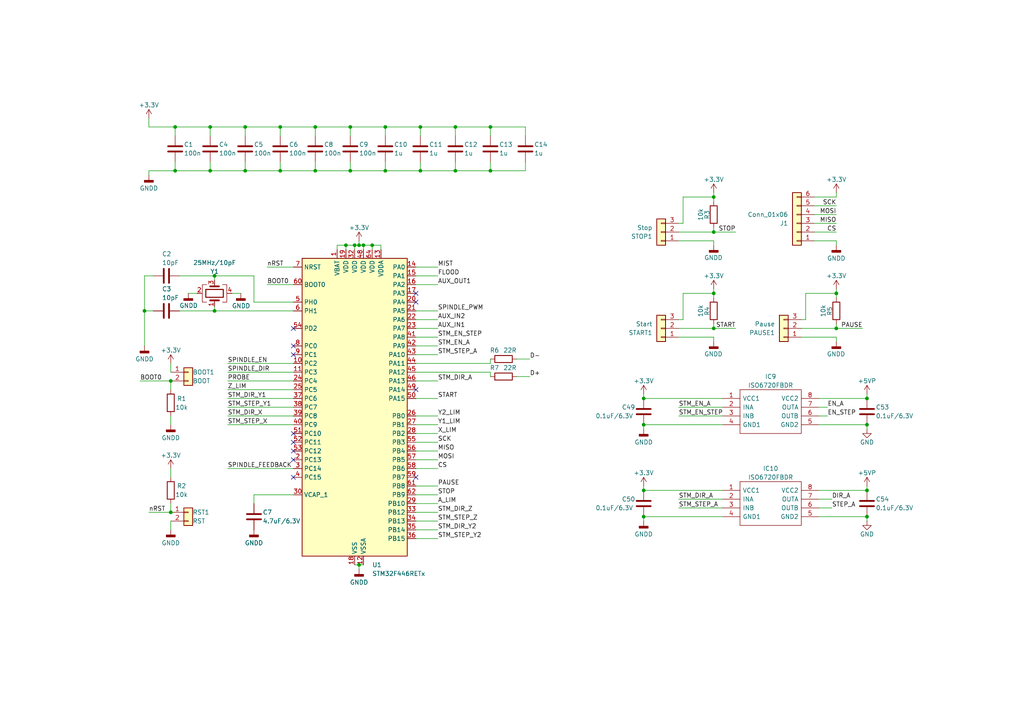
<source format=kicad_sch>
(kicad_sch (version 20230121) (generator eeschema)
  (paper "A4")
  (title_block (title "PCK Controller V1") (company "Josef Pecka"))
  (lib_symbols
    (symbol "Connector_Generic:Conn_01x02" (pin_names (offset 1.016) hide)
      (property "Reference" "J" (at 0 2.54 0))
      (property "Value" "Conn_01x02" (at 0 -5.08 0))
      (symbol "Conn_01x02_1_1"
        (rectangle (start -1.27 -2.413) (end 0 -2.667) (stroke (width 0.1524)))
        (rectangle (start -1.27 0.127) (end 0 -0.127) (stroke (width 0.1524)))
        (rectangle (start -1.27 1.27) (end 1.27 -3.81) (stroke (width 0.254)) (fill (type background)))
        (pin passive line (at -5.08 0 0) (length 3.81) (name "Pin_1") (number "1"))
        (pin passive line (at -5.08 -2.54 0) (length 3.81) (name "Pin_2") (number "2"))
      )
    )
    (symbol "Connector_Generic:Conn_01x03" (pin_names (offset 1.016) hide)
      (property "Reference" "J" (at 0 5.08 0))
      (property "Value" "Conn_01x03" (at 0 -5.08 0))
      (symbol "Conn_01x03_1_1"
        (rectangle (start -1.27 -2.413) (end 0 -2.667) (stroke (width 0.1524)))
        (rectangle (start -1.27 0.127) (end 0 -0.127) (stroke (width 0.1524)))
        (rectangle (start -1.27 2.667) (end 0 2.413) (stroke (width 0.1524)))
        (rectangle (start -1.27 3.81) (end 1.27 -3.81) (stroke (width 0.254)) (fill (type background)))
        (pin passive line (at -5.08 2.54 0) (length 3.81) (name "Pin_1") (number "1"))
        (pin passive line (at -5.08 0 0) (length 3.81) (name "Pin_2") (number "2"))
        (pin passive line (at -5.08 -2.54 0) (length 3.81) (name "Pin_3") (number "3"))
      )
    )
    (symbol "Connector_Generic:Conn_01x06" (pin_names (offset 1.016) hide)
      (property "Reference" "J" (at 0 7.62 0))
      (property "Value" "Conn_01x06" (at 0 -10.16 0))
      (symbol "Conn_01x06_1_1"
        (rectangle (start -1.27 -7.493) (end 0 -7.747) (stroke (width 0.1524)))
        (rectangle (start -1.27 -4.953) (end 0 -5.207) (stroke (width 0.1524)))
        (rectangle (start -1.27 -2.413) (end 0 -2.667) (stroke (width 0.1524)))
        (rectangle (start -1.27 0.127) (end 0 -0.127) (stroke (width 0.1524)))
        (rectangle (start -1.27 2.667) (end 0 2.413) (stroke (width 0.1524)))
        (rectangle (start -1.27 5.207) (end 0 4.953) (stroke (width 0.1524)))
        (rectangle (start -1.27 6.35) (end 1.27 -8.89) (stroke (width 0.254)) (fill (type background)))
        (pin passive line (at -5.08 5.08 0) (length 3.81) (name "Pin_1") (number "1"))
        (pin passive line (at -5.08 2.54 0) (length 3.81) (name "Pin_2") (number "2"))
        (pin passive line (at -5.08 0 0) (length 3.81) (name "Pin_3") (number "3"))
        (pin passive line (at -5.08 -2.54 0) (length 3.81) (name "Pin_4") (number "4"))
        (pin passive line (at -5.08 -5.08 0) (length 3.81) (name "Pin_5") (number "5"))
        (pin passive line (at -5.08 -7.62 0) (length 3.81) (name "Pin_6") (number "6"))
      )
    )
    (symbol "Device:C" (pin_numbers hide) (pin_names (offset 0.254))
      (property "Reference" "C" (at 0.635 2.54 0))
      (property "Value" "C" (at 0.635 -2.54 0))
      (symbol "C_0_1"
        (polyline (pts (xy -2.032 -0.762) (xy 2.032 -0.762)) (stroke (width 0.508)))
        (polyline (pts (xy -2.032 0.762) (xy 2.032 0.762)) (stroke (width 0.508)))
      )
      (symbol "C_1_1"
        (pin passive line (at 0 3.81 270) (length 2.794) (name "~") (number "1"))
        (pin passive line (at 0 -3.81 90) (length 2.794) (name "~") (number "2"))
      )
    )
    (symbol "Device:Crystal_GND24" (pin_names (offset 1.016) hide)
      (property "Reference" "Y" (at 3.175 5.08 0))
      (property "Value" "Crystal_GND24" (at 3.175 3.175 0))
      (symbol "Crystal_GND24_0_1"
        (rectangle (start -1.143 2.54) (end 1.143 -2.54) (stroke (width 0.3048)))
        (polyline (pts (xy -2.54 0) (xy -2.032 0)))
        (polyline (pts (xy -2.032 -1.27) (xy -2.032 1.27)) (stroke (width 0.508)))
        (polyline (pts (xy 0 -3.81) (xy 0 -3.556)))
        (polyline (pts (xy 0 3.556) (xy 0 3.81)))
        (polyline (pts (xy 2.032 -1.27) (xy 2.032 1.27)) (stroke (width 0.508)))
        (polyline (pts (xy 2.032 0) (xy 2.54 0)))
        (polyline (pts (xy -2.54 -2.286) (xy -2.54 -3.556) (xy 2.54 -3.556) (xy 2.54 -2.286)))
        (polyline (pts (xy -2.54 2.286) (xy -2.54 3.556) (xy 2.54 3.556) (xy 2.54 2.286)))
      )
      (symbol "Crystal_GND24_1_1"
        (pin passive line (at -3.81 0 0) (length 1.27) (name "1") (number "1"))
        (pin passive line (at 0 5.08 270) (length 1.27) (name "2") (number "2"))
        (pin passive line (at 3.81 0 180) (length 1.27) (name "3") (number "3"))
        (pin passive line (at 0 -5.08 90) (length 1.27) (name "4") (number "4"))
      )
    )
    (symbol "Device:R" (pin_numbers hide) (pin_names (offset 0))
      (property "Reference" "R" (at 2.032 0 90))
      (property "Value" "R" (at 0 0 90))
      (symbol "R_0_1"
        (rectangle (start -1.016 -2.54) (end 1.016 2.54) (stroke (width 0.254)))
      )
      (symbol "R_1_1"
        (pin passive line (at 0 3.81 270) (length 1.27) (name "~") (number "1"))
        (pin passive line (at 0 -3.81 90) (length 1.27) (name "~") (number "2"))
      )
    )
    (symbol "MCU_ST_STM32F4:STM32F446RETx"
      (property "Reference" "U" (at -15.24 44.45 0))
      (property "Value" "STM32F446RETx" (at 10.16 44.45 0))
      (symbol "STM32F446RETx_0_1"
        (rectangle (start -15.24 -43.18) (end 15.24 43.18) (stroke (width 0.254)) (fill (type background)))
      )
      (symbol "STM32F446RETx_1_1"
        (pin power_in line (at -5.08 45.72 270) (length 2.54) (name "VBAT") (number "1"))
        (pin bidirectional line (at -17.78 12.7 0) (length 2.54) (name "PC2") (number "10"))
        (pin bidirectional line (at -17.78 10.16 0) (length 2.54) (name "PC3") (number "11"))
        (pin power_in line (at 2.54 -45.72 90) (length 2.54) (name "VSSA") (number "12"))
        (pin power_in line (at 7.62 45.72 270) (length 2.54) (name "VDDA") (number "13"))
        (pin bidirectional line (at 17.78 40.64 180) (length 2.54) (name "PA0") (number "14"))
        (pin bidirectional line (at 17.78 38.1 180) (length 2.54) (name "PA1") (number "15"))
        (pin bidirectional line (at 17.78 35.56 180) (length 2.54) (name "PA2") (number "16"))
        (pin bidirectional line (at 17.78 33.02 180) (length 2.54) (name "PA3") (number "17"))
        (pin power_in line (at 0 -45.72 90) (length 2.54) (name "VSS") (number "18"))
        (pin power_in line (at -2.54 45.72 270) (length 2.54) (name "VDD") (number "19"))
        (pin bidirectional line (at -17.78 -15.24 0) (length 2.54) (name "PC13") (number "2"))
        (pin bidirectional line (at 17.78 30.48 180) (length 2.54) (name "PA4") (number "20"))
        (pin bidirectional line (at 17.78 27.94 180) (length 2.54) (name "PA5") (number "21"))
        (pin bidirectional line (at 17.78 25.4 180) (length 2.54) (name "PA6") (number "22"))
        (pin bidirectional line (at 17.78 22.86 180) (length 2.54) (name "PA7") (number "23"))
        (pin bidirectional line (at -17.78 7.62 0) (length 2.54) (name "PC4") (number "24"))
        (pin bidirectional line (at -17.78 5.08 0) (length 2.54) (name "PC5") (number "25"))
        (pin bidirectional line (at 17.78 -2.54 180) (length 2.54) (name "PB0") (number "26"))
        (pin bidirectional line (at 17.78 -5.08 180) (length 2.54) (name "PB1") (number "27"))
        (pin bidirectional line (at 17.78 -7.62 180) (length 2.54) (name "PB2") (number "28"))
        (pin bidirectional line (at 17.78 -27.94 180) (length 2.54) (name "PB10") (number "29"))
        (pin bidirectional line (at -17.78 -17.78 0) (length 2.54) (name "PC14") (number "3"))
        (pin power_out line (at -17.78 -25.4 0) (length 2.54) (name "VCAP_1") (number "30"))
        (pin passive line (at 0 -45.72 90) (length 2.54) hide (name "VSS") (number "31"))
        (pin power_in line (at 0 45.72 270) (length 2.54) (name "VDD") (number "32"))
        (pin bidirectional line (at 17.78 -30.48 180) (length 2.54) (name "PB12") (number "33"))
        (pin bidirectional line (at 17.78 -33.02 180) (length 2.54) (name "PB13") (number "34"))
        (pin bidirectional line (at 17.78 -35.56 180) (length 2.54) (name "PB14") (number "35"))
        (pin bidirectional line (at 17.78 -38.1 180) (length 2.54) (name "PB15") (number "36"))
        (pin bidirectional line (at -17.78 2.54 0) (length 2.54) (name "PC6") (number "37"))
        (pin bidirectional line (at -17.78 0 0) (length 2.54) (name "PC7") (number "38"))
        (pin bidirectional line (at -17.78 -2.54 0) (length 2.54) (name "PC8") (number "39"))
        (pin bidirectional line (at -17.78 -20.32 0) (length 2.54) (name "PC15") (number "4"))
        (pin bidirectional line (at -17.78 -5.08 0) (length 2.54) (name "PC9") (number "40"))
        (pin bidirectional line (at 17.78 20.32 180) (length 2.54) (name "PA8") (number "41"))
        (pin bidirectional line (at 17.78 17.78 180) (length 2.54) (name "PA9") (number "42"))
        (pin bidirectional line (at 17.78 15.24 180) (length 2.54) (name "PA10") (number "43"))
        (pin bidirectional line (at 17.78 12.7 180) (length 2.54) (name "PA11") (number "44"))
        (pin bidirectional line (at 17.78 10.16 180) (length 2.54) (name "PA12") (number "45"))
        (pin bidirectional line (at 17.78 7.62 180) (length 2.54) (name "PA13") (number "46"))
        (pin passive line (at 0 -45.72 90) (length 2.54) hide (name "VSS") (number "47"))
        (pin power_in line (at 2.54 45.72 270) (length 2.54) (name "VDD") (number "48"))
        (pin bidirectional line (at 17.78 5.08 180) (length 2.54) (name "PA14") (number "49"))
        (pin bidirectional line (at -17.78 30.48 0) (length 2.54) (name "PH0") (number "5"))
        (pin bidirectional line (at 17.78 2.54 180) (length 2.54) (name "PA15") (number "50"))
        (pin bidirectional line (at -17.78 -7.62 0) (length 2.54) (name "PC10") (number "51"))
        (pin bidirectional line (at -17.78 -10.16 0) (length 2.54) (name "PC11") (number "52"))
        (pin bidirectional line (at -17.78 -12.7 0) (length 2.54) (name "PC12") (number "53"))
        (pin bidirectional line (at -17.78 22.86 0) (length 2.54) (name "PD2") (number "54"))
        (pin bidirectional line (at 17.78 -10.16 180) (length 2.54) (name "PB3") (number "55"))
        (pin bidirectional line (at 17.78 -12.7 180) (length 2.54) (name "PB4") (number "56"))
        (pin bidirectional line (at 17.78 -15.24 180) (length 2.54) (name "PB5") (number "57"))
        (pin bidirectional line (at 17.78 -17.78 180) (length 2.54) (name "PB6") (number "58"))
        (pin bidirectional line (at 17.78 -20.32 180) (length 2.54) (name "PB7") (number "59"))
        (pin bidirectional line (at -17.78 27.94 0) (length 2.54) (name "PH1") (number "6"))
        (pin input line (at -17.78 35.56 0) (length 2.54) (name "BOOT0") (number "60"))
        (pin bidirectional line (at 17.78 -22.86 180) (length 2.54) (name "PB8") (number "61"))
        (pin bidirectional line (at 17.78 -25.4 180) (length 2.54) (name "PB9") (number "62"))
        (pin passive line (at 0 -45.72 90) (length 2.54) hide (name "VSS") (number "63"))
        (pin power_in line (at 5.08 45.72 270) (length 2.54) (name "VDD") (number "64"))
        (pin input line (at -17.78 40.64 0) (length 2.54) (name "NRST") (number "7"))
        (pin bidirectional line (at -17.78 17.78 0) (length 2.54) (name "PC0") (number "8"))
        (pin bidirectional line (at -17.78 15.24 0) (length 2.54) (name "PC1") (number "9"))
      )
    )
    (symbol "SamacSys_Parts:ISO6720FBDR" (pin_names (offset 0.762))
      (property "Reference" "IC" (at 24.13 7.62 0))
      (property "Value" "ISO6720FBDR" (at 24.13 5.08 0))
      (symbol "ISO6720FBDR_0_0"
        (pin passive line (at 0 0 0) (length 5.08) (name "VCC1") (number "1"))
        (pin passive line (at 0 -2.54 0) (length 5.08) (name "INA") (number "2"))
        (pin passive line (at 0 -5.08 0) (length 5.08) (name "INB") (number "3"))
        (pin passive line (at 0 -7.62 0) (length 5.08) (name "GND1") (number "4"))
        (pin passive line (at 27.94 -7.62 180) (length 5.08) (name "GND2") (number "5"))
        (pin passive line (at 27.94 -5.08 180) (length 5.08) (name "OUTB") (number "6"))
        (pin passive line (at 27.94 -2.54 180) (length 5.08) (name "OUTA") (number "7"))
        (pin passive line (at 27.94 0 180) (length 5.08) (name "VCC2") (number "8"))
      )
      (symbol "ISO6720FBDR_0_1"
        (polyline (pts (xy 5.08 2.54) (xy 22.86 2.54) (xy 22.86 -10.16) (xy 5.08 -10.16) (xy 5.08 2.54)) (stroke (width 0.1524)))
      )
    )
    (symbol "power:+3.3V" (power) (pin_names (offset 0))
      (property "Value" "+3.3V" (at 0 3.556 0))
      (symbol "+3.3V_0_1"
        (polyline (pts (xy -0.762 1.27) (xy 0 2.54)))
        (polyline (pts (xy 0 0) (xy 0 2.54)))
        (polyline (pts (xy 0 2.54) (xy 0.762 1.27)))
      )
      (symbol "+3.3V_1_1"
        (pin power_in line (at 0 0 90) (length 0) hide (name "+3.3V") (number "1"))
      )
    )
    (symbol "power:+5VP" (power) (pin_names (offset 0))
      (property "Value" "+5VP" (at 0 3.556 0))
      (symbol "+5VP_0_1"
        (polyline (pts (xy -0.762 1.27) (xy 0 2.54)))
        (polyline (pts (xy 0 0) (xy 0 2.54)))
        (polyline (pts (xy 0 2.54) (xy 0.762 1.27)))
      )
      (symbol "+5VP_1_1"
        (pin power_in line (at 0 0 90) (length 0) hide (name "+5VP") (number "1"))
      )
    )
    (symbol "power:GND" (power) (pin_names (offset 0))
      (property "Value" "GND" (at 0 -3.81 0))
      (symbol "GND_0_1"
        (polyline (pts (xy 0 0) (xy 0 -1.27) (xy 1.27 -1.27) (xy 0 -2.54) (xy -1.27 -1.27) (xy 0 -1.27)))
      )
      (symbol "GND_1_1"
        (pin power_in line (at 0 0 270) (length 0) hide (name "GND") (number "1"))
      )
    )
    (symbol "power:GNDD" (power) (pin_names (offset 0))
      (property "Value" "GNDD" (at 0 -3.175 0))
      (symbol "GNDD_0_1"
        (rectangle (start -1.27 -1.524) (end 1.27 -2.032) (stroke (width 0.254)) (fill (type outline)))
        (polyline (pts (xy 0 0) (xy 0 -1.524)))
      )
      (symbol "GNDD_1_1"
        (pin power_in line (at 0 0 270) (length 0) hide (name "GNDD") (number "1"))
      )
    )
  )
  (junction (at 186.69 123.19))
  (junction (at 105.41 71.12))
  (junction (at 251.46 123.19))
  (junction (at 71.12 36.83))
  (junction (at 49.53 110.49))
  (junction (at 207.01 57.15))
  (junction (at 251.46 115.57))
  (junction (at 186.69 115.57))
  (junction (at 104.14 71.12))
  (junction (at 50.8 49.53))
  (junction (at 242.57 95.25))
  (junction (at 207.01 67.31))
  (junction (at 107.95 71.12))
  (junction (at 132.08 49.53))
  (junction (at 71.12 49.53))
  (junction (at 91.44 36.83))
  (junction (at 186.69 142.24))
  (junction (at 111.76 49.53))
  (junction (at 101.6 49.53))
  (junction (at 91.44 49.53))
  (junction (at 62.23 80.01))
  (junction (at 121.92 49.53))
  (junction (at 60.96 36.83))
  (junction (at 104.14 163.83))
  (junction (at 62.23 90.17))
  (junction (at 49.53 148.59))
  (junction (at 81.28 49.53))
  (junction (at 100.33 71.12))
  (junction (at 132.08 36.83))
  (junction (at 142.24 49.53))
  (junction (at 207.01 85.09))
  (junction (at 251.46 142.24))
  (junction (at 186.69 149.86))
  (junction (at 50.8 36.83))
  (junction (at 251.46 149.86))
  (junction (at 81.28 36.83))
  (junction (at 111.76 36.83))
  (junction (at 41.91 90.17))
  (junction (at 207.01 95.25))
  (junction (at 121.92 36.83))
  (junction (at 102.87 71.12))
  (junction (at 142.24 36.83))
  (junction (at 242.57 85.09))
  (junction (at 101.6 36.83))
  (junction (at 60.96 49.53))
  (no_connect (at 85.09 100.33))
  (no_connect (at 85.09 133.35))
  (no_connect (at 120.65 87.63))
  (no_connect (at 85.09 130.81))
  (no_connect (at 120.65 85.09))
  (no_connect (at 120.65 138.43))
  (no_connect (at 85.09 102.87))
  (no_connect (at 85.09 138.43))
  (no_connect (at 85.09 128.27))
  (no_connect (at 85.09 125.73))
  (no_connect (at 120.65 113.03))
  (no_connect (at 85.09 95.25))
  (wire (pts (xy 66.04 120.65) (xy 85.09 120.65)))
  (wire (pts (xy 107.95 71.12) (xy 107.95 72.39)))
  (wire (pts (xy 142.24 109.22) (xy 142.24 107.95)))
  (wire (pts (xy 120.65 100.33) (xy 127 100.33)))
  (wire (pts (xy 207.01 99.06) (xy 207.01 97.79)))
  (wire (pts (xy 120.65 105.41) (xy 142.24 105.41)))
  (wire (pts (xy 49.53 110.49) (xy 49.53 113.03)))
  (wire (pts (xy 196.85 144.78) (xy 209.55 144.78)))
  (wire (pts (xy 111.76 36.83) (xy 111.76 39.37)))
  (wire (pts (xy 242.57 71.12) (xy 242.57 69.85)))
  (wire (pts (xy 101.6 46.99) (xy 101.6 49.53)))
  (wire (pts (xy 149.86 104.14) (xy 153.67 104.14)))
  (wire (pts (xy 250.19 95.25) (xy 242.57 95.25)))
  (wire (pts (xy 104.14 71.12) (xy 105.41 71.12)))
  (wire (pts (xy 101.6 36.83) (xy 101.6 39.37)))
  (wire (pts (xy 186.69 114.3) (xy 186.69 115.57)))
  (wire (pts (xy 198.12 57.15) (xy 198.12 64.77)))
  (wire (pts (xy 242.57 99.06) (xy 242.57 97.79)))
  (wire (pts (xy 43.18 148.59) (xy 49.53 148.59)))
  (wire (pts (xy 242.57 59.69) (xy 236.22 59.69)))
  (wire (pts (xy 60.96 36.83) (xy 71.12 36.83)))
  (wire (pts (xy 241.3 147.32) (xy 237.49 147.32)))
  (wire (pts (xy 237.49 115.57) (xy 251.46 115.57)))
  (wire (pts (xy 73.66 143.51) (xy 85.09 143.51)))
  (wire (pts (xy 50.8 46.99) (xy 50.8 49.53)))
  (wire (pts (xy 242.57 95.25) (xy 232.41 95.25)))
  (wire (pts (xy 71.12 36.83) (xy 81.28 36.83)))
  (wire (pts (xy 207.01 85.09) (xy 198.12 85.09)))
  (wire (pts (xy 54.61 85.09) (xy 57.15 85.09)))
  (wire (pts (xy 127 95.25) (xy 120.65 95.25)))
  (wire (pts (xy 44.45 80.01) (xy 41.91 80.01)))
  (wire (pts (xy 104.14 69.85) (xy 104.14 71.12)))
  (wire (pts (xy 186.69 124.46) (xy 186.69 123.19)))
  (wire (pts (xy 196.85 120.65) (xy 209.55 120.65)))
  (wire (pts (xy 101.6 49.53) (xy 111.76 49.53)))
  (wire (pts (xy 213.36 95.25) (xy 207.01 95.25)))
  (wire (pts (xy 81.28 46.99) (xy 81.28 49.53)))
  (wire (pts (xy 120.65 97.79) (xy 127 97.79)))
  (wire (pts (xy 127 120.65) (xy 120.65 120.65)))
  (wire (pts (xy 121.92 49.53) (xy 132.08 49.53)))
  (wire (pts (xy 121.92 46.99) (xy 121.92 49.53)))
  (wire (pts (xy 242.57 93.98) (xy 242.57 95.25)))
  (wire (pts (xy 111.76 36.83) (xy 121.92 36.83)))
  (wire (pts (xy 50.8 39.37) (xy 50.8 36.83)))
  (wire (pts (xy 71.12 36.83) (xy 71.12 39.37)))
  (wire (pts (xy 207.01 71.12) (xy 207.01 69.85)))
  (wire (pts (xy 251.46 123.19) (xy 251.46 124.46)))
  (wire (pts (xy 127 90.17) (xy 120.65 90.17)))
  (wire (pts (xy 142.24 36.83) (xy 152.4 36.83)))
  (wire (pts (xy 186.69 151.13) (xy 186.69 149.86)))
  (wire (pts (xy 60.96 49.53) (xy 71.12 49.53)))
  (wire (pts (xy 49.53 146.05) (xy 49.53 148.59)))
  (wire (pts (xy 71.12 46.99) (xy 71.12 49.53)))
  (wire (pts (xy 142.24 46.99) (xy 142.24 49.53)))
  (wire (pts (xy 132.08 36.83) (xy 132.08 39.37)))
  (wire (pts (xy 102.87 71.12) (xy 104.14 71.12)))
  (wire (pts (xy 207.01 57.15) (xy 207.01 58.42)))
  (wire (pts (xy 127 128.27) (xy 120.65 128.27)))
  (wire (pts (xy 120.65 143.51) (xy 127 143.51)))
  (wire (pts (xy 142.24 36.83) (xy 142.24 39.37)))
  (wire (pts (xy 127 151.13) (xy 120.65 151.13)))
  (wire (pts (xy 242.57 57.15) (xy 236.22 57.15)))
  (wire (pts (xy 81.28 36.83) (xy 81.28 39.37)))
  (wire (pts (xy 102.87 71.12) (xy 102.87 72.39)))
  (wire (pts (xy 104.14 163.83) (xy 105.41 163.83)))
  (wire (pts (xy 242.57 85.09) (xy 242.57 86.36)))
  (wire (pts (xy 73.66 146.05) (xy 73.66 143.51)))
  (wire (pts (xy 186.69 149.86) (xy 209.55 149.86)))
  (wire (pts (xy 62.23 80.01) (xy 73.66 80.01)))
  (wire (pts (xy 127 125.73) (xy 120.65 125.73)))
  (wire (pts (xy 242.57 97.79) (xy 232.41 97.79)))
  (wire (pts (xy 132.08 36.83) (xy 142.24 36.83)))
  (wire (pts (xy 251.46 149.86) (xy 251.46 151.13)))
  (wire (pts (xy 110.49 71.12) (xy 110.49 72.39)))
  (wire (pts (xy 50.8 36.83) (xy 60.96 36.83)))
  (wire (pts (xy 107.95 71.12) (xy 110.49 71.12)))
  (wire (pts (xy 121.92 36.83) (xy 121.92 39.37)))
  (wire (pts (xy 62.23 80.01) (xy 62.23 81.28)))
  (wire (pts (xy 101.6 36.83) (xy 111.76 36.83)))
  (wire (pts (xy 207.01 97.79) (xy 196.85 97.79)))
  (wire (pts (xy 127 92.71) (xy 120.65 92.71)))
  (wire (pts (xy 44.45 90.17) (xy 41.91 90.17)))
  (wire (pts (xy 69.85 85.09) (xy 67.31 85.09)))
  (wire (pts (xy 186.69 142.24) (xy 209.55 142.24)))
  (wire (pts (xy 142.24 104.14) (xy 142.24 105.41)))
  (wire (pts (xy 73.66 80.01) (xy 73.66 87.63)))
  (wire (pts (xy 66.04 118.11) (xy 85.09 118.11)))
  (wire (pts (xy 242.57 64.77) (xy 236.22 64.77)))
  (wire (pts (xy 233.68 85.09) (xy 233.68 92.71)))
  (wire (pts (xy 198.12 85.09) (xy 198.12 92.71)))
  (wire (pts (xy 100.33 71.12) (xy 102.87 71.12)))
  (wire (pts (xy 242.57 85.09) (xy 233.68 85.09)))
  (wire (pts (xy 120.65 80.01) (xy 127 80.01)))
  (wire (pts (xy 198.12 64.77) (xy 196.85 64.77)))
  (wire (pts (xy 132.08 46.99) (xy 132.08 49.53)))
  (wire (pts (xy 100.33 71.12) (xy 100.33 72.39)))
  (wire (pts (xy 105.41 71.12) (xy 107.95 71.12)))
  (wire (pts (xy 207.01 83.82) (xy 207.01 85.09)))
  (wire (pts (xy 207.01 95.25) (xy 196.85 95.25)))
  (wire (pts (xy 111.76 46.99) (xy 111.76 49.53)))
  (wire (pts (xy 127 156.21) (xy 120.65 156.21)))
  (wire (pts (xy 207.01 67.31) (xy 196.85 67.31)))
  (wire (pts (xy 237.49 142.24) (xy 251.46 142.24)))
  (wire (pts (xy 241.3 144.78) (xy 237.49 144.78)))
  (wire (pts (xy 77.47 82.55) (xy 85.09 82.55)))
  (wire (pts (xy 77.47 77.47) (xy 85.09 77.47)))
  (wire (pts (xy 43.18 36.83) (xy 50.8 36.83)))
  (wire (pts (xy 142.24 49.53) (xy 152.4 49.53)))
  (wire (pts (xy 81.28 36.83) (xy 91.44 36.83)))
  (wire (pts (xy 207.01 85.09) (xy 207.01 86.36)))
  (wire (pts (xy 132.08 49.53) (xy 142.24 49.53)))
  (wire (pts (xy 73.66 87.63) (xy 85.09 87.63)))
  (wire (pts (xy 97.79 71.12) (xy 100.33 71.12)))
  (wire (pts (xy 60.96 36.83) (xy 60.96 39.37)))
  (wire (pts (xy 43.18 50.8) (xy 43.18 49.53)))
  (wire (pts (xy 97.79 72.39) (xy 97.79 71.12)))
  (wire (pts (xy 91.44 46.99) (xy 91.44 49.53)))
  (wire (pts (xy 251.46 142.24) (xy 251.46 140.97)))
  (wire (pts (xy 66.04 123.19) (xy 85.09 123.19)))
  (wire (pts (xy 213.36 67.31) (xy 207.01 67.31)))
  (wire (pts (xy 120.65 82.55) (xy 127 82.55)))
  (wire (pts (xy 49.53 105.41) (xy 49.53 107.95)))
  (wire (pts (xy 237.49 149.86) (xy 251.46 149.86)))
  (wire (pts (xy 233.68 92.71) (xy 232.41 92.71)))
  (wire (pts (xy 142.24 107.95) (xy 120.65 107.95)))
  (wire (pts (xy 43.18 34.29) (xy 43.18 36.83)))
  (wire (pts (xy 242.57 67.31) (xy 236.22 67.31)))
  (wire (pts (xy 66.04 110.49) (xy 85.09 110.49)))
  (wire (pts (xy 121.92 36.83) (xy 132.08 36.83)))
  (wire (pts (xy 207.01 55.88) (xy 207.01 57.15)))
  (wire (pts (xy 62.23 90.17) (xy 85.09 90.17)))
  (wire (pts (xy 237.49 123.19) (xy 251.46 123.19)))
  (wire (pts (xy 43.18 49.53) (xy 50.8 49.53)))
  (wire (pts (xy 120.65 115.57) (xy 127 115.57)))
  (wire (pts (xy 41.91 90.17) (xy 41.91 100.33)))
  (wire (pts (xy 242.57 55.88) (xy 242.57 57.15)))
  (wire (pts (xy 198.12 92.71) (xy 196.85 92.71)))
  (wire (pts (xy 102.87 163.83) (xy 104.14 163.83)))
  (wire (pts (xy 50.8 49.53) (xy 60.96 49.53)))
  (wire (pts (xy 207.01 66.04) (xy 207.01 67.31)))
  (wire (pts (xy 40.64 110.49) (xy 49.53 110.49)))
  (wire (pts (xy 127 148.59) (xy 120.65 148.59)))
  (wire (pts (xy 120.65 140.97) (xy 127 140.97)))
  (wire (pts (xy 207.01 93.98) (xy 207.01 95.25)))
  (wire (pts (xy 242.57 62.23) (xy 236.22 62.23)))
  (wire (pts (xy 66.04 105.41) (xy 85.09 105.41)))
  (wire (pts (xy 60.96 46.99) (xy 60.96 49.53)))
  (wire (pts (xy 152.4 36.83) (xy 152.4 39.37)))
  (wire (pts (xy 91.44 36.83) (xy 91.44 39.37)))
  (wire (pts (xy 127 123.19) (xy 120.65 123.19)))
  (wire (pts (xy 237.49 120.65) (xy 240.03 120.65)))
  (wire (pts (xy 71.12 49.53) (xy 81.28 49.53)))
  (wire (pts (xy 41.91 80.01) (xy 41.91 90.17)))
  (wire (pts (xy 81.28 49.53) (xy 91.44 49.53)))
  (wire (pts (xy 62.23 88.9) (xy 62.23 90.17)))
  (wire (pts (xy 62.23 80.01) (xy 52.07 80.01)))
  (wire (pts (xy 186.69 140.97) (xy 186.69 142.24)))
  (wire (pts (xy 49.53 120.65) (xy 49.53 123.19)))
  (wire (pts (xy 207.01 69.85) (xy 196.85 69.85)))
  (wire (pts (xy 66.04 113.03) (xy 85.09 113.03)))
  (wire (pts (xy 104.14 165.1) (xy 104.14 163.83)))
  (wire (pts (xy 196.85 118.11) (xy 209.55 118.11)))
  (wire (pts (xy 111.76 49.53) (xy 121.92 49.53)))
  (wire (pts (xy 127 146.05) (xy 120.65 146.05)))
  (wire (pts (xy 251.46 115.57) (xy 251.46 114.3)))
  (wire (pts (xy 66.04 135.89) (xy 85.09 135.89)))
  (wire (pts (xy 49.53 151.13) (xy 49.53 153.67)))
  (wire (pts (xy 127 153.67) (xy 120.65 153.67)))
  (wire (pts (xy 127 133.35) (xy 120.65 133.35)))
  (wire (pts (xy 237.49 118.11) (xy 240.03 118.11)))
  (wire (pts (xy 152.4 46.99) (xy 152.4 49.53)))
  (wire (pts (xy 49.53 135.89) (xy 49.53 138.43)))
  (wire (pts (xy 120.65 102.87) (xy 127 102.87)))
  (wire (pts (xy 186.69 115.57) (xy 209.55 115.57)))
  (wire (pts (xy 91.44 49.53) (xy 101.6 49.53)))
  (wire (pts (xy 62.23 90.17) (xy 52.07 90.17)))
  (wire (pts (xy 91.44 36.83) (xy 101.6 36.83)))
  (wire (pts (xy 66.04 115.57) (xy 85.09 115.57)))
  (wire (pts (xy 127 130.81) (xy 120.65 130.81)))
  (wire (pts (xy 186.69 123.19) (xy 209.55 123.19)))
  (wire (pts (xy 207.01 57.15) (xy 198.12 57.15)))
  (wire (pts (xy 120.65 77.47) (xy 127 77.47)))
  (wire (pts (xy 105.41 71.12) (xy 105.41 72.39)))
  (wire (pts (xy 149.86 109.22) (xy 153.67 109.22)))
  (wire (pts (xy 242.57 69.85) (xy 236.22 69.85)))
  (wire (pts (xy 120.65 135.89) (xy 127 135.89)))
  (wire (pts (xy 196.85 147.32) (xy 209.55 147.32)))
  (wire (pts (xy 242.57 83.82) (xy 242.57 85.09)))
  (wire (pts (xy 120.65 110.49) (xy 127 110.49)))
  (wire (pts (xy 66.04 107.95) (xy 85.09 107.95)))
  (label "DIR_A" (at 241.3 144.78 0))
  (label "STM_DIR_A" (at 127 110.49 0))
  (label "CS" (at 242.57 67.31 180))
  (label "STM_STEP_Z" (at 127 151.13 0))
  (label "MISO" (at 127 130.81 0))
  (label "PAUSE" (at 127 140.97 0))
  (label "STM_STEP_Y2" (at 127 156.21 0))
  (label "MIST" (at 127 77.47 0))
  (label "STM_DIR_X" (at 66.04 120.65 0))
  (label "MISO" (at 242.57 64.77 180))
  (label "A_LIM" (at 127 146.05 0))
  (label "STM_EN_A" (at 196.85 118.11 0))
  (label "STEP_A" (at 241.3 147.32 0))
  (label "START" (at 127 115.57 0))
  (label "STM_EN_STEP" (at 127 97.79 0))
  (label "nRST" (at 43.18 148.59 0))
  (label "STM_DIR_Y1" (at 66.04 115.57 0))
  (label "STM_STEP_X" (at 66.04 123.19 0))
  (label "STM_STEP_A" (at 127 102.87 0))
  (label "STM_DIR_A" (at 196.85 144.78 0))
  (label "D+" (at 153.67 109.22 0))
  (label "MOSI" (at 127 133.35 0))
  (label "STM_STEP_A" (at 196.85 147.32 0))
  (label "EN_STEP" (at 240.03 120.65 0))
  (label "STM_EN_A" (at 127 100.33 0))
  (label "STM_DIR_Y2" (at 127 153.67 0))
  (label "CS" (at 127 135.89 0))
  (label "STOP" (at 213.36 67.31 180))
  (label "MOSI" (at 242.57 62.23 180))
  (label "nRST" (at 77.47 77.47 0))
  (label "STM_EN_STEP" (at 196.85 120.65 0))
  (label "STOP" (at 127 143.51 0))
  (label "SPINDLE_DIR" (at 66.04 107.95 0))
  (label "BOOT0" (at 40.64 110.49 0))
  (label "AUX_IN2" (at 127 92.71 0))
  (label "SCK" (at 242.57 59.69 180))
  (label "D-" (at 153.67 104.14 0))
  (label "SPINDLE_PWM" (at 127 90.17 0))
  (label "AUX_OUT1" (at 127 82.55 0))
  (label "Y1_LIM" (at 127 123.19 0))
  (label "BOOT0" (at 77.47 82.55 0))
  (label "START" (at 213.36 95.25 180))
  (label "AUX_IN1" (at 127 95.25 0))
  (label "EN_A" (at 240.03 118.11 0))
  (label "STM_STEP_Y1" (at 66.04 118.11 0))
  (label "STM_DIR_Z" (at 127 148.59 0))
  (label "SPINDLE_FEEDBACK" (at 66.04 135.89 0))
  (label "PAUSE" (at 250.19 95.25 180))
  (label "FLOOD" (at 127 80.01 0))
  (label "SCK" (at 127 128.27 0))
  (label "SPINDLE_EN" (at 66.04 105.41 0))
  (label "X_LIM" (at 127 125.73 0))
  (label "Y2_LIM" (at 127 120.65 0))
  (label "Z_LIM" (at 66.04 113.03 0))
  (label "PROBE" (at 66.04 110.49 0))
  (symbol (lib_id "power:GNDD") (at 69.85 85.09 0) (unit 1)
    (property "Reference" "#PWR09" (effects hide))
    (property "Value" "GNDD" (at 72.6173 88.7173 0) (effects (justify right)))
  )
  (symbol (lib_id "power:GNDD") (at 207.01 71.12 0) (mirror y) (unit 1)
    (property "Reference" "#PWR016" (effects hide))
    (property "Value" "GNDD" (at 204.2427 74.7473 0) (effects (justify right)))
  )
  (symbol (lib_id "power:+3.3V") (at 186.69 114.3 0) (unit 1)
    (property "Reference" "#PWR071" (effects hide))
    (property "Value" "+3.3V" (at 186.69 110.49 0))
  )
  (symbol (lib_id "Connector_Generic:Conn_01x02") (at 54.61 148.59 0) (unit 1)
    (property "Reference" "RST1" (at 55.88 148.59 0) (effects (justify left)))
    (property "Value" "RST" (at 55.88 151.13 0) (effects (justify left)))
    (property "Footprint" "Connector_PinHeader_2.54mm:PinHeader_1x02_P2.54mm_Vertical" (effects hide))
  )
  (symbol (lib_id "power:GNDD") (at 49.53 153.67 0) (unit 1)
    (property "Reference" "#PWR07" (effects hide))
    (property "Value" "GNDD" (at 49.53 157.48 0))
  )
  (symbol (lib_id "Device:C") (at 101.6 43.18 0) (unit 1)
    (property "Reference" "C9" (at 104.14 41.91 0) (effects (justify left)))
    (property "Value" "100n" (at 104.14 44.45 0) (effects (justify left)))
    (property "Footprint" "Capacitor_SMD:C_0402_1005Metric" (effects hide))
  )
  (symbol (lib_id "power:GNDD") (at 49.53 123.19 0) (unit 1)
    (property "Reference" "#PWR05" (effects hide))
    (property "Value" "GNDD" (at 49.53 127 0))
  )
  (symbol (lib_id "Device:R") (at 207.01 90.17 0) (mirror x) (unit 1)
    (property "Reference" "R4" (at 205.1032 90.2371 90))
    (property "Value" "10k" (at 203.2 90.17 90))
    (property "Footprint" "Resistor_SMD:R_0402_1005Metric" (effects hide))
  )
  (symbol (lib_id "Device:C") (at 71.12 43.18 0) (unit 1)
    (property "Reference" "C5" (at 73.66 41.91 0) (effects (justify left)))
    (property "Value" "100n" (at 73.66 44.45 0) (effects (justify left)))
    (property "Footprint" "Capacitor_SMD:C_0402_1005Metric" (effects hide))
  )
  (symbol (lib_id "Device:R") (at 146.05 104.14 90) (unit 1)
    (property "Reference" "R6" (at 144.78 101.6 90) (effects (justify left)))
    (property "Value" "22R" (at 149.86 101.6 90) (effects (justify left)))
    (property "Footprint" "Resistor_SMD:R_0402_1005Metric" (effects hide))
  )
  (symbol (lib_id "Connector_Generic:Conn_01x03") (at 227.33 95.25 180) (unit 1)
    (property "Reference" "PAUSE1" (at 224.79 96.52 0) (effects (justify left)))
    (property "Value" "Pause" (at 224.79 93.98 0) (effects (justify left)))
    (property "Footprint" "Connector_JST:JST_XH_B3B-XH-A_1x03_P2.50mm_Vertical" (effects hide))
  )
  (symbol (lib_id "Connector_Generic:Conn_01x02") (at 54.61 107.95 0) (unit 1)
    (property "Reference" "BOOT1" (at 55.88 107.95 0) (effects (justify left)))
    (property "Value" "BOOT" (at 55.88 110.49 0) (effects (justify left)))
    (property "Footprint" "Connector_PinHeader_2.54mm:PinHeader_1x02_P2.54mm_Vertical" (effects hide))
  )
  (symbol (lib_id "SamacSys_Parts:ISO6720FBDR") (at 209.55 142.24 0) (unit 1)
    (property "Reference" "IC10" (at 223.52 135.89 0))
    (property "Value" "ISO6720FBDR" (at 223.52 138.43 0))
    (property "Footprint" "SamacSys_Parts:SOIC127P600X175-8N" (effects hide))
    (property "Datasheet" "https://www.ti.com/lit/ds/symlink/iso6720.pdf?ts=1631770491208&ref_url=https%253A%252F%252Fwww.ti.com%252Fproduct%252FISO6720" (effects hide))
    (property "Description" "Digital Isolators General purpose dual-channel, 2/0, digital isolator" (effects hide))
    (property "Height" "1.75" (effects hide))
    (property "Mouser Part Number" "595-ISO6720FBDR" (effects hide))
    (property "Mouser Price/Stock" "https://www.mouser.co.uk/ProductDetail/Texas-Instruments/ISO6720FBDR?qs=QNEnbhJQKva93m6DsjFZMw%3D%3D" (effects hide))
    (property "Manufacturer_Name" "Texas Instruments" (effects hide))
    (property "Manufacturer_Part_Number" "ISO6720FBDR" (effects hide))
  )
  (symbol (lib_id "Device:C") (at 48.26 80.01 270) (unit 1)
    (property "Reference" "C2" (at 46.99 73.66 90) (effects (justify left)))
    (property "Value" "10pF" (at 46.99 76.2 90) (effects (justify left)))
    (property "Footprint" "Capacitor_SMD:C_0402_1005Metric" (effects hide))
  )
  (symbol (lib_id "Device:C") (at 251.46 146.05 0) (unit 1)
    (property "Reference" "C54" (at 254 144.78 0) (effects (justify left)))
    (property "Value" "0.1uF/6.3V" (at 254 147.32 0) (effects (justify left)))
    (property "Footprint" "Capacitor_SMD:C_0603_1608Metric" (effects hide))
  )
  (symbol (lib_id "power:+3.3V") (at 49.53 105.41 0) (unit 1)
    (property "Reference" "#PWR04" (effects hide))
    (property "Value" "+3.3V" (at 49.53 101.6 0))
  )
  (symbol (lib_id "power:GNDD") (at 43.18 50.8 0) (unit 1)
    (property "Reference" "#PWR02" (effects hide))
    (property "Value" "GNDD" (at 43.18 54.61 0))
  )
  (symbol (lib_id "power:+3.3V") (at 104.14 69.85 0) (unit 1)
    (property "Reference" "#PWR013" (effects hide))
    (property "Value" "+3.3V" (at 104.14 66.04 0))
  )
  (symbol (lib_id "Device:C") (at 50.8 43.18 0) (unit 1)
    (property "Reference" "C1" (at 53.34 41.91 0) (effects (justify left)))
    (property "Value" "100n" (at 53.34 44.45 0) (effects (justify left)))
    (property "Footprint" "Capacitor_SMD:C_0402_1005Metric" (effects hide))
  )
  (symbol (lib_id "power:GNDD") (at 104.14 165.1 0) (unit 1)
    (property "Reference" "#PWR014" (effects hide))
    (property "Value" "GNDD" (at 104.14 168.91 0))
  )
  (symbol (lib_id "SamacSys_Parts:ISO6720FBDR") (at 209.55 115.57 0) (unit 1)
    (property "Reference" "IC9" (at 223.52 109.22 0))
    (property "Value" "ISO6720FBDR" (at 223.52 111.76 0))
    (property "Footprint" "SamacSys_Parts:SOIC127P600X175-8N" (effects hide))
    (property "Datasheet" "https://www.ti.com/lit/ds/symlink/iso6720.pdf?ts=1631770491208&ref_url=https%253A%252F%252Fwww.ti.com%252Fproduct%252FISO6720" (effects hide))
    (property "Description" "Digital Isolators General purpose dual-channel, 2/0, digital isolator" (effects hide))
    (property "Height" "1.75" (effects hide))
    (property "Mouser Part Number" "595-ISO6720FBDR" (effects hide))
    (property "Mouser Price/Stock" "https://www.mouser.co.uk/ProductDetail/Texas-Instruments/ISO6720FBDR?qs=QNEnbhJQKva93m6DsjFZMw%3D%3D" (effects hide))
    (property "Manufacturer_Name" "Texas Instruments" (effects hide))
    (property "Manufacturer_Part_Number" "ISO6720FBDR" (effects hide))
  )
  (symbol (lib_id "Device:Crystal_GND24") (at 62.23 85.09 90) (unit 1)
    (property "Reference" "Y1" (at 62.23 78.74 90))
    (property "Value" "25MHz/10pF" (at 62.23 76.2 90))
    (property "Footprint" "Crystal:Crystal_SMD_2016-4Pin_2.0x1.6mm" (effects hide))
  )
  (symbol (lib_id "Device:R") (at 207.01 62.23 0) (mirror x) (unit 1)
    (property "Reference" "R3" (at 205.1032 62.2971 90))
    (property "Value" "10k" (at 203.2 62.23 90))
    (property "Footprint" "Resistor_SMD:R_0402_1005Metric" (effects hide))
  )
  (symbol (lib_id "power:GNDD") (at 242.57 71.12 0) (mirror y) (unit 1)
    (property "Reference" "#PWR020" (effects hide))
    (property "Value" "GNDD" (at 242.57 74.93 0))
  )
  (symbol (lib_id "Device:C") (at 91.44 43.18 0) (unit 1)
    (property "Reference" "C8" (at 93.98 41.91 0) (effects (justify left)))
    (property "Value" "100n" (at 93.98 44.45 0) (effects (justify left)))
    (property "Footprint" "Capacitor_SMD:C_0402_1005Metric" (effects hide))
  )
  (symbol (lib_id "Device:C") (at 152.4 43.18 0) (unit 1)
    (property "Reference" "C14" (at 154.94 41.91 0) (effects (justify left)))
    (property "Value" "1u" (at 154.94 44.45 0) (effects (justify left)))
    (property "Footprint" "Capacitor_SMD:C_0603_1608Metric" (effects hide))
  )
  (symbol (lib_id "power:GNDD") (at 186.69 151.13 0) (unit 1)
    (property "Reference" "#PWR074" (effects hide))
    (property "Value" "GNDD" (at 186.69 154.94 0))
  )
  (symbol (lib_id "power:+3.3V") (at 186.69 140.97 0) (unit 1)
    (property "Reference" "#PWR073" (effects hide))
    (property "Value" "+3.3V" (at 186.69 137.16 0))
  )
  (symbol (lib_id "MCU_ST_STM32F4:STM32F446RETx") (at 102.87 118.11 0) (unit 1)
    (property "Reference" "U1" (at 107.95 163.83 0) (effects (justify left)))
    (property "Value" "STM32F446RETx" (at 107.95 166.37 0) (effects (justify left)))
    (property "Footprint" "Package_QFP:LQFP-64_10x10mm_P0.5mm" (effects hide))
    (property "Datasheet" "https://www.st.com/resource/en/datasheet/stm32f446re.pdf" (effects hide))
  )
  (symbol (lib_id "power:GNDD") (at 207.01 99.06 0) (mirror y) (unit 1)
    (property "Reference" "#PWR018" (effects hide))
    (property "Value" "GNDD" (at 204.2427 102.6873 0) (effects (justify right)))
  )
  (symbol (lib_id "power:GND") (at 251.46 151.13 0) (unit 1)
    (property "Reference" "#PWR082" (effects hide))
    (property "Value" "GND" (at 251.46 154.94 0))
  )
  (symbol (lib_id "Device:R") (at 242.57 90.17 0) (mirror x) (unit 1)
    (property "Reference" "R5" (at 240.6632 90.2371 90))
    (property "Value" "10k" (at 238.76 90.17 90))
    (property "Footprint" "Resistor_SMD:R_0402_1005Metric" (effects hide))
  )
  (symbol (lib_id "Device:R") (at 146.05 109.22 90) (unit 1)
    (property "Reference" "R7" (at 144.78 106.68 90) (effects (justify left)))
    (property "Value" "22R" (at 149.86 106.68 90) (effects (justify left)))
    (property "Footprint" "Resistor_SMD:R_0402_1005Metric" (effects hide))
  )
  (symbol (lib_id "Device:C") (at 132.08 43.18 0) (unit 1)
    (property "Reference" "C12" (at 134.62 41.91 0) (effects (justify left)))
    (property "Value" "1u" (at 134.62 44.45 0) (effects (justify left)))
    (property "Footprint" "Capacitor_SMD:C_0603_1608Metric" (effects hide))
  )
  (symbol (lib_id "power:GNDD") (at 41.91 100.33 0) (unit 1)
    (property "Reference" "#PWR03" (effects hide))
    (property "Value" "GNDD" (at 41.91 104.14 0))
  )
  (symbol (lib_id "power:GNDD") (at 186.69 124.46 0) (unit 1)
    (property "Reference" "#PWR072" (effects hide))
    (property "Value" "GNDD" (at 186.69 128.27 0))
  )
  (symbol (lib_id "power:+3.3V") (at 242.57 55.88 0) (mirror y) (unit 1)
    (property "Reference" "#PWR019" (effects hide))
    (property "Value" "+3.3V" (at 242.57 52.07 0))
  )
  (symbol (lib_id "Device:C") (at 60.96 43.18 0) (unit 1)
    (property "Reference" "C4" (at 63.5 41.91 0) (effects (justify left)))
    (property "Value" "100n" (at 63.5 44.45 0) (effects (justify left)))
    (property "Footprint" "Capacitor_SMD:C_0402_1005Metric" (effects hide))
  )
  (symbol (lib_id "Device:C") (at 121.92 43.18 0) (unit 1)
    (property "Reference" "C11" (at 124.46 41.91 0) (effects (justify left)))
    (property "Value" "1u" (at 124.46 44.45 0) (effects (justify left)))
    (property "Footprint" "Capacitor_SMD:C_0603_1608Metric" (effects hide))
  )
  (symbol (lib_id "Device:C") (at 48.26 90.17 270) (unit 1)
    (property "Reference" "C3" (at 46.99 83.82 90) (effects (justify left)))
    (property "Value" "10pF" (at 46.99 86.36 90) (effects (justify left)))
    (property "Footprint" "Capacitor_SMD:C_0402_1005Metric" (effects hide))
  )
  (symbol (lib_id "Device:C") (at 111.76 43.18 0) (unit 1)
    (property "Reference" "C10" (at 114.3 41.91 0) (effects (justify left)))
    (property "Value" "1u" (at 114.3 44.45 0) (effects (justify left)))
    (property "Footprint" "Capacitor_SMD:C_0603_1608Metric" (effects hide))
  )
  (symbol (lib_id "Device:C") (at 81.28 43.18 0) (unit 1)
    (property "Reference" "C6" (at 83.82 41.91 0) (effects (justify left)))
    (property "Value" "100n" (at 83.82 44.45 0) (effects (justify left)))
    (property "Footprint" "Capacitor_SMD:C_0402_1005Metric" (effects hide))
  )
  (symbol (lib_id "power:+3.3V") (at 207.01 83.82 0) (mirror y) (unit 1)
    (property "Reference" "#PWR017" (effects hide))
    (property "Value" "+3.3V" (at 207.01 80.01 0))
  )
  (symbol (lib_id "Device:C") (at 251.46 119.38 0) (unit 1)
    (property "Reference" "C53" (at 254 118.11 0) (effects (justify left)))
    (property "Value" "0.1uF/6.3V" (at 254 120.65 0) (effects (justify left)))
    (property "Footprint" "Capacitor_SMD:C_0603_1608Metric" (effects hide))
  )
  (symbol (lib_id "Device:C") (at 186.69 146.05 0) (unit 1)
    (property "Reference" "C50" (at 180.34 144.78 0) (effects (justify left)))
    (property "Value" "0.1uF/6.3V" (at 172.72 147.32 0) (effects (justify left)))
    (property "Footprint" "Capacitor_SMD:C_0402_1005Metric" (effects hide))
  )
  (symbol (lib_id "power:GND") (at 251.46 124.46 0) (unit 1)
    (property "Reference" "#PWR080" (effects hide))
    (property "Value" "GND" (at 251.46 128.27 0))
  )
  (symbol (lib_id "power:+3.3V") (at 49.53 135.89 0) (unit 1)
    (property "Reference" "#PWR06" (effects hide))
    (property "Value" "+3.3V" (at 49.53 132.08 0))
  )
  (symbol (lib_id "Device:R") (at 49.53 116.84 180) (unit 1)
    (property "Reference" "R1" (at 52.6901 115.6293 0))
    (property "Value" "10k" (at 52.6901 118.1693 0))
    (property "Footprint" "Resistor_SMD:R_0402_1005Metric_Pad0.72x0.64mm_HandSolder" (effects hide))
  )
  (symbol (lib_id "power:GNDD") (at 242.57 99.06 0) (mirror y) (unit 1)
    (property "Reference" "#PWR022" (effects hide))
    (property "Value" "GNDD" (at 239.8027 102.6873 0) (effects (justify right)))
  )
  (symbol (lib_id "power:+3.3V") (at 207.01 55.88 0) (mirror y) (unit 1)
    (property "Reference" "#PWR015" (effects hide))
    (property "Value" "+3.3V" (at 207.01 52.07 0))
  )
  (symbol (lib_id "Connector_Generic:Conn_01x06") (at 231.14 64.77 180) (unit 1)
    (property "Reference" "J1" (at 228.6 64.77 0) (effects (justify left)))
    (property "Value" "Conn_01x06" (at 228.6 62.23 0) (effects (justify left)))
    (property "Footprint" "Connector_PinHeader_2.54mm:PinHeader_2x03_P2.54mm_Vertical" (effects hide))
  )
  (symbol (lib_id "power:+3.3V") (at 43.18 34.29 0) (unit 1)
    (property "Reference" "#PWR01" (effects hide))
    (property "Value" "+3.3V" (at 43.18 30.48 0))
  )
  (symbol (lib_id "Device:C") (at 186.69 119.38 0) (unit 1)
    (property "Reference" "C49" (at 180.34 118.11 0) (effects (justify left)))
    (property "Value" "0.1uF/6.3V" (at 172.72 120.65 0) (effects (justify left)))
    (property "Footprint" "Capacitor_SMD:C_0402_1005Metric" (effects hide))
  )
  (symbol (lib_id "power:+5VP") (at 251.46 140.97 0) (unit 1)
    (property "Reference" "#PWR081" (effects hide))
    (property "Value" "+5VP" (at 251.46 137.16 0))
  )
  (symbol (lib_id "Device:C") (at 142.24 43.18 0) (unit 1)
    (property "Reference" "C13" (at 144.78 41.91 0) (effects (justify left)))
    (property "Value" "1u" (at 144.78 44.45 0) (effects (justify left)))
    (property "Footprint" "Capacitor_SMD:C_0603_1608Metric" (effects hide))
  )
  (symbol (lib_id "power:GNDD") (at 73.66 153.67 0) (unit 1)
    (property "Reference" "#PWR010" (effects hide))
    (property "Value" "GNDD" (at 73.66 157.48 0))
  )
  (symbol (lib_id "power:+5VP") (at 251.46 114.3 0) (unit 1)
    (property "Reference" "#PWR079" (effects hide))
    (property "Value" "+5VP" (at 251.46 110.49 0))
  )
  (symbol (lib_id "Device:C") (at 73.66 149.86 180) (unit 1)
    (property "Reference" "C7" (at 76.2 148.59 0) (effects (justify right)))
    (property "Value" "4.7uF/6.3V" (at 76.2 151.13 0) (effects (justify right)))
    (property "Footprint" "Capacitor_SMD:C_0603_1608Metric" (effects hide))
  )
  (symbol (lib_id "power:+3.3V") (at 242.57 83.82 0) (mirror y) (unit 1)
    (property "Reference" "#PWR021" (effects hide))
    (property "Value" "+3.3V" (at 242.57 80.01 0))
  )
  (symbol (lib_id "Device:R") (at 49.53 142.24 180) (unit 1)
    (property "Reference" "R2" (at 52.6566 140.9393 0))
    (property "Value" "10k" (at 52.6566 143.4793 0))
    (property "Footprint" "Resistor_SMD:R_0402_1005Metric_Pad0.72x0.64mm_HandSolder" (effects hide))
  )
  (symbol (lib_id "power:GNDD") (at 54.61 85.09 0) (unit 1)
    (property "Reference" "#PWR08" (effects hide))
    (property "Value" "GNDD" (at 57.3938 88.6337 0) (effects (justify right)))
  )
  (symbol (lib_id "Connector_Generic:Conn_01x03") (at 191.77 67.31 180) (unit 1)
    (property "Reference" "STOP1" (at 189.23 68.58 0) (effects (justify left)))
    (property "Value" "Stop" (at 189.23 66.04 0) (effects (justify left)))
    (property "Footprint" "Connector_JST:JST_XH_B3B-XH-A_1x03_P2.50mm_Vertical" (effects hide))
  )
  (symbol (lib_id "Connector_Generic:Conn_01x03") (at 191.77 95.25 180) (unit 1)
    (property "Reference" "START1" (at 189.23 96.52 0) (effects (justify left)))
    (property "Value" "Start" (at 189.23 93.98 0) (effects (justify left)))
    (property "Footprint" "Connector_JST:JST_XH_B3B-XH-A_1x03_P2.50mm_Vertical" (effects hide))
  )
  (sheet (at -39.37 181.61) (size 12.7 3.81) (stroke (width 0.001))
    (property "Sheetname" "Stepper driver X, Y1" (effects hide))
    (property "Sheetfile" "stepper_driver_x_y1.kicad_sch" (effects hide))
  )
  (sheet (at -39.37 166.37) (size 12.7 3.81) (stroke (width 0.1524))
    (property "Sheetname" "Inputs" (effects hide))
    (property "Sheetfile" "input.kicad_sch" (effects hide))
  )
  (sheet (at -39.37 173.99) (size 12.7 3.81) (stroke (width 0.1524))
    (property "Sheetname" "Stepper drivers Y2, Z" (effects hide))
    (property "Sheetfile" "stepper_driver_y2_z.kicad_sch" (effects hide))
  )
  (sheet (at -39.37 153.67) (size 12.7 3.81) (stroke (width 0.1524))
    (property "Sheetname" "Power" (effects hide))
    (property "Sheetfile" "power.kicad_sch" (effects hide))
  )
  (sheet (at -39.37 160.02) (size 12.7 3.81) (stroke (width 0.1524))
    (property "Sheetname" "Outputs" (effects hide))
    (property "Sheetfile" "output.kicad_sch" (effects hide))
  )
)
</source>
